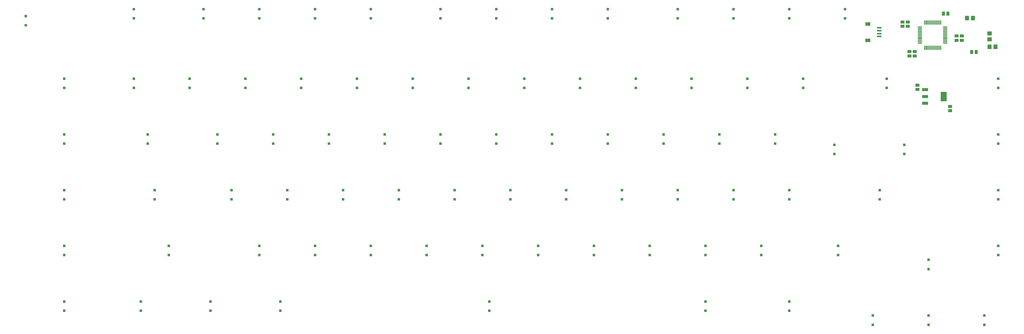
<source format=gbp>
G04*
G04 #@! TF.GenerationSoftware,Altium Limited,Altium Designer,25.6.2 (33)*
G04*
G04 Layer_Color=128*
%FSLAX44Y44*%
%MOMM*%
G71*
G04*
G04 #@! TF.SameCoordinates,B7A76CE3-19EA-4564-99E6-97BD9BEAA24B*
G04*
G04*
G04 #@! TF.FilePolarity,Positive*
G04*
G01*
G75*
%ADD43R,0.9500X0.9000*%
%ADD44O,1.6500X0.3000*%
%ADD45O,0.3000X1.6500*%
G04:AMPARAMS|DCode=46|XSize=1mm|YSize=2.05mm|CornerRadius=0.05mm|HoleSize=0mm|Usage=FLASHONLY|Rotation=270.000|XOffset=0mm|YOffset=0mm|HoleType=Round|Shape=RoundedRectangle|*
%AMROUNDEDRECTD46*
21,1,1.0000,1.9500,0,0,270.0*
21,1,0.9000,2.0500,0,0,270.0*
1,1,0.1000,-0.9750,-0.4500*
1,1,0.1000,-0.9750,0.4500*
1,1,0.1000,0.9750,0.4500*
1,1,0.1000,0.9750,-0.4500*
%
%ADD46ROUNDEDRECTD46*%
G04:AMPARAMS|DCode=47|XSize=3.25mm|YSize=2.05mm|CornerRadius=0.0513mm|HoleSize=0mm|Usage=FLASHONLY|Rotation=270.000|XOffset=0mm|YOffset=0mm|HoleType=Round|Shape=RoundedRectangle|*
%AMROUNDEDRECTD47*
21,1,3.2500,1.9475,0,0,270.0*
21,1,3.1475,2.0500,0,0,270.0*
1,1,0.1025,-0.9738,-1.5738*
1,1,0.1025,-0.9738,1.5738*
1,1,0.1025,0.9738,1.5738*
1,1,0.1025,0.9738,-1.5738*
%
%ADD47ROUNDEDRECTD47*%
%ADD48R,1.8000X1.2000*%
%ADD49R,1.5500X0.6000*%
%ADD50R,1.5000X1.4000*%
%ADD51R,1.4000X1.5000*%
%ADD52R,1.4000X1.1000*%
%ADD53R,1.1000X1.4000*%
D43*
X523875Y1389187D02*
D03*
X523875Y1420688D02*
D03*
X762000Y1389187D02*
D03*
X762000Y1420688D02*
D03*
X952500Y1389187D02*
D03*
X952500Y1420688D02*
D03*
X1143000Y1389187D02*
D03*
X1143000Y1420688D02*
D03*
X1333500Y1389187D02*
D03*
X1333500Y1420688D02*
D03*
X1571625Y1389187D02*
D03*
X1571625Y1420688D02*
D03*
X1762125Y1389187D02*
D03*
X1762125Y1420688D02*
D03*
X1952625Y1389187D02*
D03*
X1952625Y1420688D02*
D03*
X2143125Y1389187D02*
D03*
X2143125Y1420688D02*
D03*
X2381250Y1389187D02*
D03*
X2381250Y1420688D02*
D03*
X2571750Y1389187D02*
D03*
X2571750Y1420688D02*
D03*
X2762250Y1389187D02*
D03*
X2762250Y1420688D02*
D03*
X2952750Y1389187D02*
D03*
X2952750Y1420688D02*
D03*
X285750Y1151062D02*
D03*
X285750Y1182562D02*
D03*
X523875Y1151062D02*
D03*
X523875Y1182562D02*
D03*
X714375Y1151062D02*
D03*
X714375Y1182562D02*
D03*
X904875Y1151062D02*
D03*
X904875Y1182562D02*
D03*
X1095375Y1151062D02*
D03*
X1095375Y1182562D02*
D03*
X1285875Y1151062D02*
D03*
X1285875Y1182562D02*
D03*
X1476375Y1151062D02*
D03*
X1476375Y1182562D02*
D03*
X1666875Y1151062D02*
D03*
X1666875Y1182562D02*
D03*
X1857375Y1151062D02*
D03*
X1857375Y1182562D02*
D03*
X2047875Y1151062D02*
D03*
X2047875Y1182562D02*
D03*
X2238375Y1151062D02*
D03*
X2238375Y1182562D02*
D03*
X2428875Y1151062D02*
D03*
X2428875Y1182562D02*
D03*
X2619375Y1151062D02*
D03*
X2619375Y1182562D02*
D03*
X2809875Y1151062D02*
D03*
X2809875Y1182562D02*
D03*
X3095625Y1151062D02*
D03*
X3095625Y1182562D02*
D03*
X3476625Y1151062D02*
D03*
X3476625Y1182562D02*
D03*
X285750Y960562D02*
D03*
X285750Y992062D02*
D03*
X571499Y960562D02*
D03*
X571499Y992062D02*
D03*
X809625Y960563D02*
D03*
X809625Y992063D02*
D03*
X1000125Y960563D02*
D03*
X1000125Y992063D02*
D03*
X1190625Y960563D02*
D03*
X1190625Y992063D02*
D03*
X1381125Y960563D02*
D03*
X1381125Y992063D02*
D03*
X1571625Y960563D02*
D03*
X1571625Y992063D02*
D03*
X1762125Y960563D02*
D03*
X1762125Y992063D02*
D03*
X1952625Y960563D02*
D03*
X1952625Y992063D02*
D03*
X2143125Y960563D02*
D03*
X2143125Y992063D02*
D03*
X2333625Y960563D02*
D03*
X2333625Y992063D02*
D03*
X2524125Y960563D02*
D03*
X2524125Y992063D02*
D03*
X2714625Y960563D02*
D03*
X2714625Y992063D02*
D03*
X2917031Y924844D02*
D03*
X2917031Y956344D02*
D03*
X3155156Y924844D02*
D03*
X3155156Y956344D02*
D03*
X3476625Y960563D02*
D03*
X3476625Y992063D02*
D03*
X285750Y770062D02*
D03*
X285750Y801562D02*
D03*
X595312Y770062D02*
D03*
X595312Y801562D02*
D03*
X857250Y770062D02*
D03*
X857250Y801562D02*
D03*
X1047750Y770062D02*
D03*
X1047750Y801562D02*
D03*
X1238250Y770062D02*
D03*
X1238250Y801562D02*
D03*
X1428750Y770062D02*
D03*
X1428750Y801562D02*
D03*
X1619250Y770062D02*
D03*
X1619250Y801562D02*
D03*
X1809750Y770062D02*
D03*
X1809750Y801562D02*
D03*
X2000250Y770062D02*
D03*
X2000250Y801562D02*
D03*
X2190750Y770062D02*
D03*
X2190750Y801562D02*
D03*
X2381250Y770062D02*
D03*
X2381250Y801562D02*
D03*
X2571750Y770062D02*
D03*
X2571750Y801562D02*
D03*
X2762250Y770062D02*
D03*
X2762250Y801562D02*
D03*
X3071812Y770062D02*
D03*
X3071812Y801562D02*
D03*
X3476625Y770062D02*
D03*
X3476625Y801562D02*
D03*
X285750Y579562D02*
D03*
X285750Y611063D02*
D03*
X642937Y579562D02*
D03*
X642937Y611063D02*
D03*
X952500Y579562D02*
D03*
X952500Y611063D02*
D03*
X1143000Y579562D02*
D03*
X1143000Y611063D02*
D03*
X1333500Y579562D02*
D03*
X1333500Y611063D02*
D03*
X1524000Y579562D02*
D03*
X1524000Y611063D02*
D03*
X1714500Y579562D02*
D03*
X1714500Y611063D02*
D03*
X1905000Y579562D02*
D03*
X1905000Y611063D02*
D03*
X2095500Y579562D02*
D03*
X2095500Y611063D02*
D03*
X2286000Y579562D02*
D03*
X2286000Y611063D02*
D03*
X2476500Y579562D02*
D03*
X2476500Y611063D02*
D03*
X2667000Y579562D02*
D03*
X2667000Y611063D02*
D03*
X2928937Y579562D02*
D03*
X2928937Y611063D02*
D03*
X3238500Y531937D02*
D03*
X3238500Y563438D02*
D03*
X3476625Y579562D02*
D03*
X3476625Y611063D02*
D03*
X285750Y389062D02*
D03*
X285750Y420563D02*
D03*
X547687Y389062D02*
D03*
X547687Y420563D02*
D03*
X785813Y389062D02*
D03*
X785813Y420563D02*
D03*
X1023938Y389062D02*
D03*
X1023938Y420563D02*
D03*
X1738313Y389062D02*
D03*
X1738313Y420563D02*
D03*
X2476500Y389062D02*
D03*
X2476500Y420563D02*
D03*
X2762250Y389062D02*
D03*
X2762250Y420563D02*
D03*
X3048000Y341437D02*
D03*
X3048000Y372938D02*
D03*
X3238500Y341437D02*
D03*
X3238500Y372938D02*
D03*
X3429000Y341437D02*
D03*
X3429000Y372938D02*
D03*
X154781Y1396875D02*
D03*
X154781Y1365375D02*
D03*
D44*
X3295232Y1359452D02*
D03*
Y1354452D02*
D03*
Y1349452D02*
D03*
Y1344452D02*
D03*
Y1339452D02*
D03*
Y1334452D02*
D03*
Y1329452D02*
D03*
Y1324452D02*
D03*
Y1319452D02*
D03*
Y1314452D02*
D03*
Y1309452D02*
D03*
Y1304452D02*
D03*
X3208732D02*
D03*
Y1309452D02*
D03*
Y1314452D02*
D03*
Y1319452D02*
D03*
Y1324452D02*
D03*
Y1329452D02*
D03*
Y1334452D02*
D03*
Y1339452D02*
D03*
Y1344452D02*
D03*
Y1349452D02*
D03*
Y1354452D02*
D03*
Y1359452D02*
D03*
D45*
X3279482Y1288702D02*
D03*
X3274482D02*
D03*
X3269482D02*
D03*
X3264482D02*
D03*
X3259482D02*
D03*
X3254482D02*
D03*
X3249482D02*
D03*
X3244482D02*
D03*
X3239482D02*
D03*
X3234482D02*
D03*
X3229482D02*
D03*
X3224482D02*
D03*
Y1375202D02*
D03*
X3229482D02*
D03*
X3234482D02*
D03*
X3239482D02*
D03*
X3244482D02*
D03*
X3249482D02*
D03*
X3254482D02*
D03*
X3259482D02*
D03*
X3264482D02*
D03*
X3269482D02*
D03*
X3274482D02*
D03*
X3279482D02*
D03*
D46*
X3226250Y1099000D02*
D03*
Y1122000D02*
D03*
Y1145000D02*
D03*
D47*
X3289750Y1122000D02*
D03*
D48*
X3031000Y1370000D02*
D03*
Y1314000D02*
D03*
D49*
X3069750Y1327000D02*
D03*
Y1337000D02*
D03*
Y1357000D02*
D03*
Y1347000D02*
D03*
D50*
X3446856Y1317546D02*
D03*
Y1337546D02*
D03*
D51*
X3370000Y1390000D02*
D03*
X3390000D02*
D03*
X3466856Y1291827D02*
D03*
X3446856D02*
D03*
D52*
X3200000Y1161000D02*
D03*
Y1146000D02*
D03*
X3312000Y1073000D02*
D03*
Y1088000D02*
D03*
X3173013Y1260515D02*
D03*
Y1275515D02*
D03*
X3190872Y1260515D02*
D03*
Y1275515D02*
D03*
X3167060Y1361718D02*
D03*
Y1376718D02*
D03*
X3149200Y1361718D02*
D03*
Y1376718D02*
D03*
X3333747Y1329093D02*
D03*
Y1314093D02*
D03*
X3351606Y1329093D02*
D03*
Y1314093D02*
D03*
D53*
X3288982Y1404936D02*
D03*
X3303982D02*
D03*
X3400779Y1273968D02*
D03*
X3385779D02*
D03*
M02*

</source>
